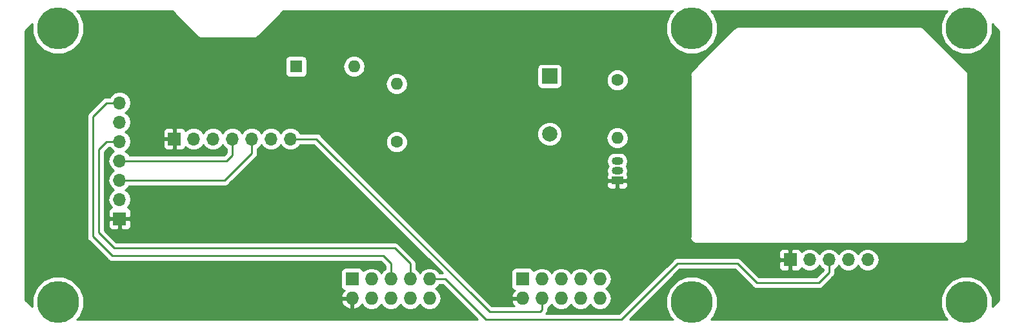
<source format=gtl>
G04 #@! TF.GenerationSoftware,KiCad,Pcbnew,5.0.2-bee76a0~70~ubuntu18.04.1*
G04 #@! TF.CreationDate,2019-01-15T18:48:03-08:00*
G04 #@! TF.ProjectId,Marlin_UIBOX,4d61726c-696e-45f5-9549-424f582e6b69,rev?*
G04 #@! TF.SameCoordinates,PX55c0260PY70276d0*
G04 #@! TF.FileFunction,Copper,L1,Top*
G04 #@! TF.FilePolarity,Positive*
%FSLAX46Y46*%
G04 Gerber Fmt 4.6, Leading zero omitted, Abs format (unit mm)*
G04 Created by KiCad (PCBNEW 5.0.2-bee76a0~70~ubuntu18.04.1) date Tue 15 Jan 2019 06:48:03 PM PST*
%MOMM*%
%LPD*%
G01*
G04 APERTURE LIST*
G04 #@! TA.AperFunction,ComponentPad*
%ADD10C,5.500000*%
G04 #@! TD*
G04 #@! TA.AperFunction,ComponentPad*
%ADD11R,1.727200X1.727200*%
G04 #@! TD*
G04 #@! TA.AperFunction,ComponentPad*
%ADD12O,1.727200X1.727200*%
G04 #@! TD*
G04 #@! TA.AperFunction,ComponentPad*
%ADD13R,1.700000X1.700000*%
G04 #@! TD*
G04 #@! TA.AperFunction,ComponentPad*
%ADD14O,1.700000X1.700000*%
G04 #@! TD*
G04 #@! TA.AperFunction,ComponentPad*
%ADD15R,1.600000X1.600000*%
G04 #@! TD*
G04 #@! TA.AperFunction,ComponentPad*
%ADD16O,1.600000X1.600000*%
G04 #@! TD*
G04 #@! TA.AperFunction,ComponentPad*
%ADD17R,2.000000X2.000000*%
G04 #@! TD*
G04 #@! TA.AperFunction,ComponentPad*
%ADD18C,2.000000*%
G04 #@! TD*
G04 #@! TA.AperFunction,ComponentPad*
%ADD19O,1.500000X1.050000*%
G04 #@! TD*
G04 #@! TA.AperFunction,ComponentPad*
%ADD20R,1.500000X1.050000*%
G04 #@! TD*
G04 #@! TA.AperFunction,ComponentPad*
%ADD21C,1.600000*%
G04 #@! TD*
G04 #@! TA.AperFunction,Conductor*
%ADD22C,0.250000*%
G04 #@! TD*
G04 #@! TA.AperFunction,Conductor*
%ADD23C,0.254000*%
G04 #@! TD*
G04 APERTURE END LIST*
D10*
G04 #@! TO.P,REF\002A\002A,1*
G04 #@! TO.N,N/C*
X124534000Y3302000D03*
G04 #@! TD*
G04 #@! TO.P,REF\002A\002A,1*
G04 #@! TO.N,N/C*
X124534000Y39302000D03*
G04 #@! TD*
G04 #@! TO.P,REF\002A\002A,1*
G04 #@! TO.N,N/C*
X88534000Y39302000D03*
G04 #@! TD*
G04 #@! TO.P,REF\002A\002A,1*
G04 #@! TO.N,N/C*
X88534000Y3302000D03*
G04 #@! TD*
G04 #@! TO.P,REF\002A\002A,1*
G04 #@! TO.N,N/C*
X5334000Y3302000D03*
G04 #@! TD*
G04 #@! TO.P,REF\002A\002A,1*
G04 #@! TO.N,N/C*
X5334000Y39302000D03*
G04 #@! TD*
D11*
G04 #@! TO.P,J1,1*
G04 #@! TO.N,VCC*
X43942000Y6350000D03*
D12*
G04 #@! TO.P,J1,2*
G04 #@! TO.N,GND*
X43942000Y3810000D03*
G04 #@! TO.P,J1,3*
G04 #@! TO.N,Net-(J1-Pad3)*
X46482000Y6350000D03*
G04 #@! TO.P,J1,4*
G04 #@! TO.N,/LCD_DC*
X46482000Y3810000D03*
G04 #@! TO.P,J1,5*
G04 #@! TO.N,/LCD_CS*
X49022000Y6350000D03*
G04 #@! TO.P,J1,6*
G04 #@! TO.N,Net-(J1-Pad6)*
X49022000Y3810000D03*
G04 #@! TO.P,J1,7*
G04 #@! TO.N,/LCD_RES*
X51562000Y6350000D03*
G04 #@! TO.P,J1,8*
G04 #@! TO.N,Net-(J1-Pad8)*
X51562000Y3810000D03*
G04 #@! TO.P,J1,9*
G04 #@! TO.N,/BT_SW*
X54102000Y6350000D03*
G04 #@! TO.P,J1,10*
G04 #@! TO.N,/BEEPER*
X54102000Y3810000D03*
G04 #@! TD*
G04 #@! TO.P,J2,10*
G04 #@! TO.N,/MISO*
X76454000Y3810000D03*
G04 #@! TO.P,J2,9*
G04 #@! TO.N,/SCK*
X76454000Y6350000D03*
G04 #@! TO.P,J2,8*
G04 #@! TO.N,/BT_EN2*
X73914000Y3810000D03*
G04 #@! TO.P,J2,7*
G04 #@! TO.N,/SD_SS*
X73914000Y6350000D03*
G04 #@! TO.P,J2,6*
G04 #@! TO.N,/BT_EN1*
X71374000Y3810000D03*
G04 #@! TO.P,J2,5*
G04 #@! TO.N,/MOSI*
X71374000Y6350000D03*
G04 #@! TO.P,J2,4*
G04 #@! TO.N,/SD_DET*
X68834000Y3810000D03*
G04 #@! TO.P,J2,3*
G04 #@! TO.N,Net-(J2-Pad3)*
X68834000Y6350000D03*
G04 #@! TO.P,J2,2*
G04 #@! TO.N,GND*
X66294000Y3810000D03*
D11*
G04 #@! TO.P,J2,1*
G04 #@! TO.N,Net-(J2-Pad1)*
X66294000Y6350000D03*
G04 #@! TD*
D13*
G04 #@! TO.P,J4,1*
G04 #@! TO.N,GND*
X20611000Y24770000D03*
D14*
G04 #@! TO.P,J4,2*
G04 #@! TO.N,VCC*
X23151000Y24770000D03*
G04 #@! TO.P,J4,3*
G04 #@! TO.N,/MISO*
X25691000Y24770000D03*
G04 #@! TO.P,J4,4*
G04 #@! TO.N,/MOSI*
X28231000Y24770000D03*
G04 #@! TO.P,J4,5*
G04 #@! TO.N,/SCK*
X30771000Y24770000D03*
G04 #@! TO.P,J4,6*
G04 #@! TO.N,/SD_SS*
X33311000Y24770000D03*
G04 #@! TO.P,J4,7*
G04 #@! TO.N,/SD_DET*
X35851000Y24770000D03*
G04 #@! TD*
D15*
G04 #@! TO.P,D1,1*
G04 #@! TO.N,VCC*
X36576000Y34290000D03*
D16*
G04 #@! TO.P,D1,2*
G04 #@! TO.N,Net-(D1-Pad2)*
X44196000Y34290000D03*
G04 #@! TD*
D13*
G04 #@! TO.P,J3,1*
G04 #@! TO.N,GND*
X13434000Y14282000D03*
D14*
G04 #@! TO.P,J3,2*
G04 #@! TO.N,VCC*
X13434000Y16822000D03*
G04 #@! TO.P,J3,3*
G04 #@! TO.N,/SCK*
X13434000Y19362000D03*
G04 #@! TO.P,J3,4*
G04 #@! TO.N,/MOSI*
X13434000Y21902000D03*
G04 #@! TO.P,J3,5*
G04 #@! TO.N,/LCD_RES*
X13434000Y24442000D03*
G04 #@! TO.P,J3,6*
G04 #@! TO.N,/LCD_DC*
X13434000Y26982000D03*
G04 #@! TO.P,J3,7*
G04 #@! TO.N,/LCD_CS*
X13434000Y29522000D03*
G04 #@! TD*
D13*
G04 #@! TO.P,J5,1*
G04 #@! TO.N,GND*
X101429000Y8893000D03*
D14*
G04 #@! TO.P,J5,2*
G04 #@! TO.N,VCC*
X103969000Y8893000D03*
G04 #@! TO.P,J5,3*
G04 #@! TO.N,/BT_SW*
X106509000Y8893000D03*
G04 #@! TO.P,J5,4*
G04 #@! TO.N,/BT_EN1*
X109049000Y8893000D03*
G04 #@! TO.P,J5,5*
G04 #@! TO.N,/BT_EN2*
X111589000Y8893000D03*
G04 #@! TD*
D17*
G04 #@! TO.P,LS1,1*
G04 #@! TO.N,VCC*
X69850000Y33020000D03*
D18*
G04 #@! TO.P,LS1,2*
G04 #@! TO.N,Net-(D1-Pad2)*
X69850000Y25420000D03*
G04 #@! TD*
D19*
G04 #@! TO.P,Q1,2*
G04 #@! TO.N,Net-(Q1-Pad2)*
X78740000Y20574000D03*
G04 #@! TO.P,Q1,3*
G04 #@! TO.N,Net-(Q1-Pad3)*
X78740000Y21844000D03*
D20*
G04 #@! TO.P,Q1,1*
G04 #@! TO.N,GND*
X78740000Y19304000D03*
G04 #@! TD*
D16*
G04 #@! TO.P,R1,2*
G04 #@! TO.N,Net-(Q1-Pad2)*
X49784000Y32004000D03*
D21*
G04 #@! TO.P,R1,1*
G04 #@! TO.N,/BEEPER*
X49784000Y24384000D03*
G04 #@! TD*
G04 #@! TO.P,R2,1*
G04 #@! TO.N,Net-(D1-Pad2)*
X78740000Y32512000D03*
D16*
G04 #@! TO.P,R2,2*
G04 #@! TO.N,Net-(Q1-Pad3)*
X78740000Y24892000D03*
G04 #@! TD*
D22*
G04 #@! TO.N,/LCD_CS*
X11742000Y29522000D02*
X13434000Y29522000D01*
X9906000Y27686000D02*
X11742000Y29522000D01*
X9906000Y11938000D02*
X9906000Y27686000D01*
X12446000Y9398000D02*
X9906000Y11938000D01*
X44958000Y9398000D02*
X44450000Y9398000D01*
X44450000Y9398000D02*
X12446000Y9398000D01*
X48006000Y9398000D02*
X44450000Y9398000D01*
X49022000Y6350000D02*
X49022000Y8382000D01*
X49022000Y8382000D02*
X48006000Y9398000D01*
G04 #@! TO.N,/LCD_RES*
X12700000Y10414000D02*
X10668000Y12446000D01*
X10668000Y23368000D02*
X11742000Y24442000D01*
X11742000Y24442000D02*
X13434000Y24442000D01*
X10668000Y12446000D02*
X10668000Y23368000D01*
X48514000Y10414000D02*
X48260000Y10414000D01*
X48260000Y10414000D02*
X12700000Y10414000D01*
X49530000Y10414000D02*
X48260000Y10414000D01*
X51562000Y6350000D02*
X51562000Y8382000D01*
X51562000Y8382000D02*
X49530000Y10414000D01*
G04 #@! TO.N,/BT_SW*
X106509000Y7195000D02*
X106509000Y8893000D01*
X105156000Y5842000D02*
X106509000Y7195000D01*
X97028000Y5842000D02*
X105156000Y5842000D01*
X61468000Y1016000D02*
X79248000Y1016000D01*
X94488000Y8382000D02*
X97028000Y5842000D01*
X56134000Y6350000D02*
X61468000Y1016000D01*
X79248000Y1016000D02*
X86614000Y8382000D01*
X54102000Y6350000D02*
X56134000Y6350000D01*
X86614000Y8382000D02*
X94488000Y8382000D01*
G04 #@! TO.N,/SCK*
X30771000Y22897000D02*
X30771000Y24770000D01*
X13434000Y19362000D02*
X27236000Y19362000D01*
X27236000Y19362000D02*
X30771000Y22897000D01*
G04 #@! TO.N,/MOSI*
X28231000Y22643000D02*
X28231000Y24770000D01*
X27432000Y21844000D02*
X28231000Y22643000D01*
X13434000Y21902000D02*
X13492000Y21844000D01*
X13492000Y21844000D02*
X27432000Y21844000D01*
G04 #@! TO.N,/SD_DET*
X39238000Y24770000D02*
X35851000Y24770000D01*
X61976000Y2032000D02*
X39238000Y24770000D01*
X67310000Y2032000D02*
X67056000Y2032000D01*
X67056000Y2032000D02*
X61976000Y2032000D01*
X68580000Y2032000D02*
X67056000Y2032000D01*
X68834000Y3810000D02*
X68834000Y2286000D01*
X68834000Y2286000D02*
X68580000Y2032000D01*
G04 #@! TD*
D23*
G04 #@! TO.N,GND*
G36*
X23540090Y38333463D02*
X23581095Y38272095D01*
X23824217Y38109646D01*
X24038612Y38067000D01*
X24038615Y38067000D01*
X24110999Y38052602D01*
X24183383Y38067000D01*
X31038616Y38067000D01*
X31111000Y38052602D01*
X31183384Y38067000D01*
X31183388Y38067000D01*
X31397783Y38109646D01*
X31640905Y38272095D01*
X31681911Y38333465D01*
X34915447Y41567000D01*
X86011888Y41567000D01*
X85664336Y41219448D01*
X85149000Y39975318D01*
X85149000Y38628682D01*
X85664336Y37384552D01*
X86616552Y36432336D01*
X87860682Y35917000D01*
X89207318Y35917000D01*
X90451448Y36432336D01*
X91403664Y37384552D01*
X91919000Y38628682D01*
X91919000Y39975318D01*
X91403664Y41219448D01*
X91056112Y41567000D01*
X122011888Y41567000D01*
X121664336Y41219448D01*
X121149000Y39975318D01*
X121149000Y38628682D01*
X121664336Y37384552D01*
X122616552Y36432336D01*
X123860682Y35917000D01*
X125207318Y35917000D01*
X126451448Y36432336D01*
X127403664Y37384552D01*
X127919000Y38628682D01*
X127919000Y39877553D01*
X128799000Y38997553D01*
X128799001Y3606448D01*
X127919000Y2726447D01*
X127919000Y3975318D01*
X127403664Y5219448D01*
X126451448Y6171664D01*
X125207318Y6687000D01*
X123860682Y6687000D01*
X122616552Y6171664D01*
X121664336Y5219448D01*
X121149000Y3975318D01*
X121149000Y2628682D01*
X121664336Y1384552D01*
X122011888Y1037000D01*
X91056112Y1037000D01*
X91403664Y1384552D01*
X91919000Y2628682D01*
X91919000Y3975318D01*
X91403664Y5219448D01*
X90451448Y6171664D01*
X89207318Y6687000D01*
X87860682Y6687000D01*
X86616552Y6171664D01*
X85664336Y5219448D01*
X85149000Y3975318D01*
X85149000Y2628682D01*
X85664336Y1384552D01*
X86011888Y1037000D01*
X80343801Y1037000D01*
X86928802Y7622000D01*
X94173199Y7622000D01*
X96437673Y5357524D01*
X96480071Y5294071D01*
X96543524Y5251673D01*
X96543526Y5251671D01*
X96668902Y5167898D01*
X96731463Y5126096D01*
X96953148Y5082000D01*
X96953152Y5082000D01*
X97027999Y5067112D01*
X97102846Y5082000D01*
X105081153Y5082000D01*
X105156000Y5067112D01*
X105230847Y5082000D01*
X105230852Y5082000D01*
X105452537Y5126096D01*
X105703929Y5294071D01*
X105746331Y5357530D01*
X106993473Y6604671D01*
X107056929Y6647071D01*
X107224904Y6898463D01*
X107269000Y7120148D01*
X107269000Y7120153D01*
X107283888Y7195000D01*
X107269000Y7269847D01*
X107269000Y7614822D01*
X107579625Y7822375D01*
X107779000Y8120761D01*
X107978375Y7822375D01*
X108469582Y7494161D01*
X108902744Y7408000D01*
X109195256Y7408000D01*
X109628418Y7494161D01*
X110119625Y7822375D01*
X110319000Y8120761D01*
X110518375Y7822375D01*
X111009582Y7494161D01*
X111442744Y7408000D01*
X111735256Y7408000D01*
X112168418Y7494161D01*
X112659625Y7822375D01*
X112987839Y8313582D01*
X113103092Y8893000D01*
X112987839Y9472418D01*
X112659625Y9963625D01*
X112168418Y10291839D01*
X111735256Y10378000D01*
X111442744Y10378000D01*
X111009582Y10291839D01*
X110518375Y9963625D01*
X110319000Y9665239D01*
X110119625Y9963625D01*
X109628418Y10291839D01*
X109195256Y10378000D01*
X108902744Y10378000D01*
X108469582Y10291839D01*
X107978375Y9963625D01*
X107779000Y9665239D01*
X107579625Y9963625D01*
X107088418Y10291839D01*
X106655256Y10378000D01*
X106362744Y10378000D01*
X105929582Y10291839D01*
X105438375Y9963625D01*
X105239000Y9665239D01*
X105039625Y9963625D01*
X104548418Y10291839D01*
X104115256Y10378000D01*
X103822744Y10378000D01*
X103389582Y10291839D01*
X102898375Y9963625D01*
X102883904Y9941967D01*
X102817327Y10102698D01*
X102638699Y10281327D01*
X102405310Y10378000D01*
X101714750Y10378000D01*
X101556000Y10219250D01*
X101556000Y9020000D01*
X101576000Y9020000D01*
X101576000Y8766000D01*
X101556000Y8766000D01*
X101556000Y7566750D01*
X101714750Y7408000D01*
X102405310Y7408000D01*
X102638699Y7504673D01*
X102817327Y7683302D01*
X102883904Y7844033D01*
X102898375Y7822375D01*
X103389582Y7494161D01*
X103822744Y7408000D01*
X104115256Y7408000D01*
X104548418Y7494161D01*
X105039625Y7822375D01*
X105239000Y8120761D01*
X105438375Y7822375D01*
X105749000Y7614822D01*
X105749000Y7509802D01*
X104841199Y6602000D01*
X97342803Y6602000D01*
X95337552Y8607250D01*
X99944000Y8607250D01*
X99944000Y7916691D01*
X100040673Y7683302D01*
X100219301Y7504673D01*
X100452690Y7408000D01*
X101143250Y7408000D01*
X101302000Y7566750D01*
X101302000Y8766000D01*
X100102750Y8766000D01*
X99944000Y8607250D01*
X95337552Y8607250D01*
X95078331Y8866470D01*
X95035929Y8929929D01*
X94784537Y9097904D01*
X94562852Y9142000D01*
X94562847Y9142000D01*
X94488000Y9156888D01*
X94413153Y9142000D01*
X86688846Y9142000D01*
X86613999Y9156888D01*
X86539152Y9142000D01*
X86539148Y9142000D01*
X86317463Y9097904D01*
X86066071Y8929929D01*
X86023671Y8866473D01*
X78933199Y1776000D01*
X69407272Y1776000D01*
X69549904Y1989463D01*
X69594000Y2211148D01*
X69594000Y2211152D01*
X69608888Y2285999D01*
X69594000Y2360846D01*
X69594000Y2515465D01*
X69914430Y2729570D01*
X70104000Y3013281D01*
X70293570Y2729570D01*
X70789275Y2398350D01*
X71226402Y2311400D01*
X71521598Y2311400D01*
X71958725Y2398350D01*
X72454430Y2729570D01*
X72644000Y3013281D01*
X72833570Y2729570D01*
X73329275Y2398350D01*
X73766402Y2311400D01*
X74061598Y2311400D01*
X74498725Y2398350D01*
X74994430Y2729570D01*
X75184000Y3013281D01*
X75373570Y2729570D01*
X75869275Y2398350D01*
X76306402Y2311400D01*
X76601598Y2311400D01*
X77038725Y2398350D01*
X77534430Y2729570D01*
X77865650Y3225275D01*
X77981959Y3810000D01*
X77865650Y4394725D01*
X77534430Y4890430D01*
X77250719Y5080000D01*
X77534430Y5269570D01*
X77865650Y5765275D01*
X77981959Y6350000D01*
X77865650Y6934725D01*
X77534430Y7430430D01*
X77038725Y7761650D01*
X76601598Y7848600D01*
X76306402Y7848600D01*
X75869275Y7761650D01*
X75373570Y7430430D01*
X75184000Y7146719D01*
X74994430Y7430430D01*
X74498725Y7761650D01*
X74061598Y7848600D01*
X73766402Y7848600D01*
X73329275Y7761650D01*
X72833570Y7430430D01*
X72644000Y7146719D01*
X72454430Y7430430D01*
X71958725Y7761650D01*
X71521598Y7848600D01*
X71226402Y7848600D01*
X70789275Y7761650D01*
X70293570Y7430430D01*
X70104000Y7146719D01*
X69914430Y7430430D01*
X69418725Y7761650D01*
X68981598Y7848600D01*
X68686402Y7848600D01*
X68249275Y7761650D01*
X67760932Y7435349D01*
X67755757Y7461365D01*
X67615409Y7671409D01*
X67405365Y7811757D01*
X67157600Y7861040D01*
X65430400Y7861040D01*
X65182635Y7811757D01*
X64972591Y7671409D01*
X64832243Y7461365D01*
X64782960Y7213600D01*
X64782960Y5486400D01*
X64832243Y5238635D01*
X64972591Y5028591D01*
X65182635Y4888243D01*
X65274950Y4869881D01*
X65087179Y4698490D01*
X64839032Y4169027D01*
X64959531Y3937000D01*
X66167000Y3937000D01*
X66167000Y3957000D01*
X66421000Y3957000D01*
X66421000Y3937000D01*
X66441000Y3937000D01*
X66441000Y3683000D01*
X66421000Y3683000D01*
X66421000Y3663000D01*
X66167000Y3663000D01*
X66167000Y3683000D01*
X64959531Y3683000D01*
X64839032Y3450973D01*
X65087179Y2921510D01*
X65229067Y2792000D01*
X62290802Y2792000D01*
X55213493Y9869309D01*
X99944000Y9869309D01*
X99944000Y9178750D01*
X100102750Y9020000D01*
X101302000Y9020000D01*
X101302000Y10219250D01*
X101143250Y10378000D01*
X100452690Y10378000D01*
X100219301Y10281327D01*
X100040673Y10102698D01*
X99944000Y9869309D01*
X55213493Y9869309D01*
X53280802Y11802000D01*
X88284601Y11802000D01*
X88341646Y11515217D01*
X88504095Y11272095D01*
X88747217Y11109646D01*
X88961612Y11067000D01*
X89034000Y11052601D01*
X89106388Y11067000D01*
X123961612Y11067000D01*
X124034000Y11052601D01*
X124106388Y11067000D01*
X124320783Y11109646D01*
X124563905Y11272095D01*
X124726354Y11515217D01*
X124783399Y11802000D01*
X124769000Y11874388D01*
X124769000Y33143831D01*
X124783398Y33216215D01*
X124769000Y33288601D01*
X124769000Y33288602D01*
X124726354Y33502997D01*
X124563905Y33746119D01*
X124502538Y33787123D01*
X119019125Y39270535D01*
X118978119Y39331905D01*
X118734997Y39494354D01*
X118520602Y39537000D01*
X118520598Y39537000D01*
X118448214Y39551398D01*
X118375830Y39537000D01*
X94692171Y39537000D01*
X94619787Y39551398D01*
X94547403Y39537000D01*
X94547399Y39537000D01*
X94333004Y39494354D01*
X94089882Y39331905D01*
X94048878Y39270538D01*
X88565465Y33787125D01*
X88504095Y33746119D01*
X88341646Y33502996D01*
X88299000Y33288601D01*
X88299000Y33288598D01*
X88284602Y33216214D01*
X88299000Y33143830D01*
X88299001Y11874393D01*
X88284601Y11802000D01*
X53280802Y11802000D01*
X46064552Y19018250D01*
X77355000Y19018250D01*
X77355000Y18652691D01*
X77451673Y18419302D01*
X77630301Y18240673D01*
X77863690Y18144000D01*
X78454250Y18144000D01*
X78613000Y18302750D01*
X78613000Y19177000D01*
X78867000Y19177000D01*
X78867000Y18302750D01*
X79025750Y18144000D01*
X79616310Y18144000D01*
X79849699Y18240673D01*
X80028327Y18419302D01*
X80125000Y18652691D01*
X80125000Y19018250D01*
X79966250Y19177000D01*
X78867000Y19177000D01*
X78613000Y19177000D01*
X77513750Y19177000D01*
X77355000Y19018250D01*
X46064552Y19018250D01*
X43238802Y21844000D01*
X77332275Y21844000D01*
X77422305Y21391391D01*
X77544174Y21209000D01*
X77422305Y21026609D01*
X77332275Y20574000D01*
X77422305Y20121391D01*
X77423224Y20120016D01*
X77355000Y19955309D01*
X77355000Y19589750D01*
X77513750Y19431000D01*
X78315290Y19431000D01*
X78400754Y19414000D01*
X79079246Y19414000D01*
X79164710Y19431000D01*
X79966250Y19431000D01*
X80125000Y19589750D01*
X80125000Y19955309D01*
X80056776Y20120016D01*
X80057695Y20121391D01*
X80147725Y20574000D01*
X80057695Y21026609D01*
X79935826Y21209000D01*
X80057695Y21391391D01*
X80147725Y21844000D01*
X80057695Y22296609D01*
X79801313Y22680313D01*
X79417609Y22936695D01*
X79079246Y23004000D01*
X78400754Y23004000D01*
X78062391Y22936695D01*
X77678687Y22680313D01*
X77422305Y22296609D01*
X77332275Y21844000D01*
X43238802Y21844000D01*
X40413363Y24669439D01*
X48349000Y24669439D01*
X48349000Y24098561D01*
X48567466Y23571138D01*
X48971138Y23167466D01*
X49498561Y22949000D01*
X50069439Y22949000D01*
X50596862Y23167466D01*
X51000534Y23571138D01*
X51219000Y24098561D01*
X51219000Y24669439D01*
X51000534Y25196862D01*
X50596862Y25600534D01*
X50247555Y25745222D01*
X68215000Y25745222D01*
X68215000Y25094778D01*
X68463914Y24493847D01*
X68923847Y24033914D01*
X69524778Y23785000D01*
X70175222Y23785000D01*
X70776153Y24033914D01*
X71236086Y24493847D01*
X71401006Y24892000D01*
X77276887Y24892000D01*
X77388260Y24332091D01*
X77705423Y23857423D01*
X78180091Y23540260D01*
X78598667Y23457000D01*
X78881333Y23457000D01*
X79299909Y23540260D01*
X79774577Y23857423D01*
X80091740Y24332091D01*
X80203113Y24892000D01*
X80091740Y25451909D01*
X79774577Y25926577D01*
X79299909Y26243740D01*
X78881333Y26327000D01*
X78598667Y26327000D01*
X78180091Y26243740D01*
X77705423Y25926577D01*
X77388260Y25451909D01*
X77276887Y24892000D01*
X71401006Y24892000D01*
X71485000Y25094778D01*
X71485000Y25745222D01*
X71236086Y26346153D01*
X70776153Y26806086D01*
X70175222Y27055000D01*
X69524778Y27055000D01*
X68923847Y26806086D01*
X68463914Y26346153D01*
X68215000Y25745222D01*
X50247555Y25745222D01*
X50069439Y25819000D01*
X49498561Y25819000D01*
X48971138Y25600534D01*
X48567466Y25196862D01*
X48349000Y24669439D01*
X40413363Y24669439D01*
X39828331Y25254470D01*
X39785929Y25317929D01*
X39534537Y25485904D01*
X39312852Y25530000D01*
X39312847Y25530000D01*
X39238000Y25544888D01*
X39163153Y25530000D01*
X37129178Y25530000D01*
X36921625Y25840625D01*
X36430418Y26168839D01*
X35997256Y26255000D01*
X35704744Y26255000D01*
X35271582Y26168839D01*
X34780375Y25840625D01*
X34581000Y25542239D01*
X34381625Y25840625D01*
X33890418Y26168839D01*
X33457256Y26255000D01*
X33164744Y26255000D01*
X32731582Y26168839D01*
X32240375Y25840625D01*
X32041000Y25542239D01*
X31841625Y25840625D01*
X31350418Y26168839D01*
X30917256Y26255000D01*
X30624744Y26255000D01*
X30191582Y26168839D01*
X29700375Y25840625D01*
X29501000Y25542239D01*
X29301625Y25840625D01*
X28810418Y26168839D01*
X28377256Y26255000D01*
X28084744Y26255000D01*
X27651582Y26168839D01*
X27160375Y25840625D01*
X26961000Y25542239D01*
X26761625Y25840625D01*
X26270418Y26168839D01*
X25837256Y26255000D01*
X25544744Y26255000D01*
X25111582Y26168839D01*
X24620375Y25840625D01*
X24421000Y25542239D01*
X24221625Y25840625D01*
X23730418Y26168839D01*
X23297256Y26255000D01*
X23004744Y26255000D01*
X22571582Y26168839D01*
X22080375Y25840625D01*
X22065904Y25818967D01*
X21999327Y25979698D01*
X21820699Y26158327D01*
X21587310Y26255000D01*
X20896750Y26255000D01*
X20738000Y26096250D01*
X20738000Y24897000D01*
X20758000Y24897000D01*
X20758000Y24643000D01*
X20738000Y24643000D01*
X20738000Y23443750D01*
X20896750Y23285000D01*
X21587310Y23285000D01*
X21820699Y23381673D01*
X21999327Y23560302D01*
X22065904Y23721033D01*
X22080375Y23699375D01*
X22571582Y23371161D01*
X23004744Y23285000D01*
X23297256Y23285000D01*
X23730418Y23371161D01*
X24221625Y23699375D01*
X24421000Y23997761D01*
X24620375Y23699375D01*
X25111582Y23371161D01*
X25544744Y23285000D01*
X25837256Y23285000D01*
X26270418Y23371161D01*
X26761625Y23699375D01*
X26961000Y23997761D01*
X27160375Y23699375D01*
X27471000Y23491822D01*
X27471000Y22957802D01*
X27117199Y22604000D01*
X14750932Y22604000D01*
X14504625Y22972625D01*
X14206239Y23172000D01*
X14504625Y23371375D01*
X14832839Y23862582D01*
X14948092Y24442000D01*
X14939688Y24484250D01*
X19126000Y24484250D01*
X19126000Y23793691D01*
X19222673Y23560302D01*
X19401301Y23381673D01*
X19634690Y23285000D01*
X20325250Y23285000D01*
X20484000Y23443750D01*
X20484000Y24643000D01*
X19284750Y24643000D01*
X19126000Y24484250D01*
X14939688Y24484250D01*
X14832839Y25021418D01*
X14504625Y25512625D01*
X14206239Y25712000D01*
X14257586Y25746309D01*
X19126000Y25746309D01*
X19126000Y25055750D01*
X19284750Y24897000D01*
X20484000Y24897000D01*
X20484000Y26096250D01*
X20325250Y26255000D01*
X19634690Y26255000D01*
X19401301Y26158327D01*
X19222673Y25979698D01*
X19126000Y25746309D01*
X14257586Y25746309D01*
X14504625Y25911375D01*
X14832839Y26402582D01*
X14948092Y26982000D01*
X14832839Y27561418D01*
X14504625Y28052625D01*
X14206239Y28252000D01*
X14504625Y28451375D01*
X14832839Y28942582D01*
X14948092Y29522000D01*
X14832839Y30101418D01*
X14504625Y30592625D01*
X14013418Y30920839D01*
X13580256Y31007000D01*
X13287744Y31007000D01*
X12854582Y30920839D01*
X12363375Y30592625D01*
X12155822Y30282000D01*
X11816846Y30282000D01*
X11741999Y30296888D01*
X11667152Y30282000D01*
X11667148Y30282000D01*
X11445463Y30237904D01*
X11194071Y30069929D01*
X11151671Y30006473D01*
X9421528Y28276329D01*
X9358072Y28233929D01*
X9315672Y28170473D01*
X9315671Y28170472D01*
X9190097Y27982537D01*
X9131112Y27686000D01*
X9146001Y27611148D01*
X9146000Y12012847D01*
X9131112Y11938000D01*
X9146000Y11863153D01*
X9146000Y11863149D01*
X9190096Y11641464D01*
X9358071Y11390071D01*
X9421530Y11347669D01*
X11855673Y8913524D01*
X11898071Y8850071D01*
X11961524Y8807673D01*
X11961526Y8807671D01*
X12086902Y8723898D01*
X12149463Y8682096D01*
X12371148Y8638000D01*
X12371152Y8638000D01*
X12445999Y8623112D01*
X12520846Y8638000D01*
X47691199Y8638000D01*
X48262001Y8067197D01*
X48262001Y7644535D01*
X47941570Y7430430D01*
X47752000Y7146719D01*
X47562430Y7430430D01*
X47066725Y7761650D01*
X46629598Y7848600D01*
X46334402Y7848600D01*
X45897275Y7761650D01*
X45408932Y7435349D01*
X45403757Y7461365D01*
X45263409Y7671409D01*
X45053365Y7811757D01*
X44805600Y7861040D01*
X43078400Y7861040D01*
X42830635Y7811757D01*
X42620591Y7671409D01*
X42480243Y7461365D01*
X42430960Y7213600D01*
X42430960Y5486400D01*
X42480243Y5238635D01*
X42620591Y5028591D01*
X42830635Y4888243D01*
X42922950Y4869881D01*
X42735179Y4698490D01*
X42487032Y4169027D01*
X42607531Y3937000D01*
X43815000Y3937000D01*
X43815000Y3957000D01*
X44069000Y3957000D01*
X44069000Y3937000D01*
X44089000Y3937000D01*
X44089000Y3683000D01*
X44069000Y3683000D01*
X44069000Y2476183D01*
X44301026Y2355042D01*
X44716947Y2527312D01*
X45148821Y2921510D01*
X45200146Y3031021D01*
X45401570Y2729570D01*
X45897275Y2398350D01*
X46334402Y2311400D01*
X46629598Y2311400D01*
X47066725Y2398350D01*
X47562430Y2729570D01*
X47752000Y3013281D01*
X47941570Y2729570D01*
X48437275Y2398350D01*
X48874402Y2311400D01*
X49169598Y2311400D01*
X49606725Y2398350D01*
X50102430Y2729570D01*
X50292000Y3013281D01*
X50481570Y2729570D01*
X50977275Y2398350D01*
X51414402Y2311400D01*
X51709598Y2311400D01*
X52146725Y2398350D01*
X52642430Y2729570D01*
X52832000Y3013281D01*
X53021570Y2729570D01*
X53517275Y2398350D01*
X53954402Y2311400D01*
X54249598Y2311400D01*
X54686725Y2398350D01*
X55182430Y2729570D01*
X55513650Y3225275D01*
X55629959Y3810000D01*
X55513650Y4394725D01*
X55182430Y4890430D01*
X54898719Y5080000D01*
X55182430Y5269570D01*
X55396535Y5590000D01*
X55819199Y5590000D01*
X60372198Y1037000D01*
X7856112Y1037000D01*
X8203664Y1384552D01*
X8719000Y2628682D01*
X8719000Y3450973D01*
X42487032Y3450973D01*
X42735179Y2921510D01*
X43167053Y2527312D01*
X43582974Y2355042D01*
X43815000Y2476183D01*
X43815000Y3683000D01*
X42607531Y3683000D01*
X42487032Y3450973D01*
X8719000Y3450973D01*
X8719000Y3975318D01*
X8203664Y5219448D01*
X7251448Y6171664D01*
X6007318Y6687000D01*
X4660682Y6687000D01*
X3416552Y6171664D01*
X2464336Y5219448D01*
X1949000Y3975318D01*
X1949000Y2726446D01*
X1069000Y3606446D01*
X1069000Y32004000D01*
X48320887Y32004000D01*
X48432260Y31444091D01*
X48749423Y30969423D01*
X49224091Y30652260D01*
X49642667Y30569000D01*
X49925333Y30569000D01*
X50343909Y30652260D01*
X50818577Y30969423D01*
X51135740Y31444091D01*
X51247113Y32004000D01*
X51135740Y32563909D01*
X50818577Y33038577D01*
X50343909Y33355740D01*
X49925333Y33439000D01*
X49642667Y33439000D01*
X49224091Y33355740D01*
X48749423Y33038577D01*
X48432260Y32563909D01*
X48320887Y32004000D01*
X1069000Y32004000D01*
X1069000Y35090000D01*
X35128560Y35090000D01*
X35128560Y33490000D01*
X35177843Y33242235D01*
X35318191Y33032191D01*
X35528235Y32891843D01*
X35776000Y32842560D01*
X37376000Y32842560D01*
X37623765Y32891843D01*
X37833809Y33032191D01*
X37974157Y33242235D01*
X38023440Y33490000D01*
X38023440Y34290000D01*
X42732887Y34290000D01*
X42844260Y33730091D01*
X43161423Y33255423D01*
X43636091Y32938260D01*
X44054667Y32855000D01*
X44337333Y32855000D01*
X44755909Y32938260D01*
X45230577Y33255423D01*
X45547740Y33730091D01*
X45605406Y34020000D01*
X68202560Y34020000D01*
X68202560Y32020000D01*
X68251843Y31772235D01*
X68392191Y31562191D01*
X68602235Y31421843D01*
X68850000Y31372560D01*
X70850000Y31372560D01*
X71097765Y31421843D01*
X71307809Y31562191D01*
X71448157Y31772235D01*
X71497440Y32020000D01*
X71497440Y32797439D01*
X77305000Y32797439D01*
X77305000Y32226561D01*
X77523466Y31699138D01*
X77927138Y31295466D01*
X78454561Y31077000D01*
X79025439Y31077000D01*
X79552862Y31295466D01*
X79956534Y31699138D01*
X80175000Y32226561D01*
X80175000Y32797439D01*
X79956534Y33324862D01*
X79552862Y33728534D01*
X79025439Y33947000D01*
X78454561Y33947000D01*
X77927138Y33728534D01*
X77523466Y33324862D01*
X77305000Y32797439D01*
X71497440Y32797439D01*
X71497440Y34020000D01*
X71448157Y34267765D01*
X71307809Y34477809D01*
X71097765Y34618157D01*
X70850000Y34667440D01*
X68850000Y34667440D01*
X68602235Y34618157D01*
X68392191Y34477809D01*
X68251843Y34267765D01*
X68202560Y34020000D01*
X45605406Y34020000D01*
X45659113Y34290000D01*
X45547740Y34849909D01*
X45230577Y35324577D01*
X44755909Y35641740D01*
X44337333Y35725000D01*
X44054667Y35725000D01*
X43636091Y35641740D01*
X43161423Y35324577D01*
X42844260Y34849909D01*
X42732887Y34290000D01*
X38023440Y34290000D01*
X38023440Y35090000D01*
X37974157Y35337765D01*
X37833809Y35547809D01*
X37623765Y35688157D01*
X37376000Y35737440D01*
X35776000Y35737440D01*
X35528235Y35688157D01*
X35318191Y35547809D01*
X35177843Y35337765D01*
X35128560Y35090000D01*
X1069000Y35090000D01*
X1069000Y38997554D01*
X1949000Y39877554D01*
X1949000Y38628682D01*
X2464336Y37384552D01*
X3416552Y36432336D01*
X4660682Y35917000D01*
X6007318Y35917000D01*
X7251448Y36432336D01*
X8203664Y37384552D01*
X8719000Y38628682D01*
X8719000Y39975318D01*
X8203664Y41219448D01*
X7856112Y41567000D01*
X20306554Y41567000D01*
X23540090Y38333463D01*
X23540090Y38333463D01*
G37*
X23540090Y38333463D02*
X23581095Y38272095D01*
X23824217Y38109646D01*
X24038612Y38067000D01*
X24038615Y38067000D01*
X24110999Y38052602D01*
X24183383Y38067000D01*
X31038616Y38067000D01*
X31111000Y38052602D01*
X31183384Y38067000D01*
X31183388Y38067000D01*
X31397783Y38109646D01*
X31640905Y38272095D01*
X31681911Y38333465D01*
X34915447Y41567000D01*
X86011888Y41567000D01*
X85664336Y41219448D01*
X85149000Y39975318D01*
X85149000Y38628682D01*
X85664336Y37384552D01*
X86616552Y36432336D01*
X87860682Y35917000D01*
X89207318Y35917000D01*
X90451448Y36432336D01*
X91403664Y37384552D01*
X91919000Y38628682D01*
X91919000Y39975318D01*
X91403664Y41219448D01*
X91056112Y41567000D01*
X122011888Y41567000D01*
X121664336Y41219448D01*
X121149000Y39975318D01*
X121149000Y38628682D01*
X121664336Y37384552D01*
X122616552Y36432336D01*
X123860682Y35917000D01*
X125207318Y35917000D01*
X126451448Y36432336D01*
X127403664Y37384552D01*
X127919000Y38628682D01*
X127919000Y39877553D01*
X128799000Y38997553D01*
X128799001Y3606448D01*
X127919000Y2726447D01*
X127919000Y3975318D01*
X127403664Y5219448D01*
X126451448Y6171664D01*
X125207318Y6687000D01*
X123860682Y6687000D01*
X122616552Y6171664D01*
X121664336Y5219448D01*
X121149000Y3975318D01*
X121149000Y2628682D01*
X121664336Y1384552D01*
X122011888Y1037000D01*
X91056112Y1037000D01*
X91403664Y1384552D01*
X91919000Y2628682D01*
X91919000Y3975318D01*
X91403664Y5219448D01*
X90451448Y6171664D01*
X89207318Y6687000D01*
X87860682Y6687000D01*
X86616552Y6171664D01*
X85664336Y5219448D01*
X85149000Y3975318D01*
X85149000Y2628682D01*
X85664336Y1384552D01*
X86011888Y1037000D01*
X80343801Y1037000D01*
X86928802Y7622000D01*
X94173199Y7622000D01*
X96437673Y5357524D01*
X96480071Y5294071D01*
X96543524Y5251673D01*
X96543526Y5251671D01*
X96668902Y5167898D01*
X96731463Y5126096D01*
X96953148Y5082000D01*
X96953152Y5082000D01*
X97027999Y5067112D01*
X97102846Y5082000D01*
X105081153Y5082000D01*
X105156000Y5067112D01*
X105230847Y5082000D01*
X105230852Y5082000D01*
X105452537Y5126096D01*
X105703929Y5294071D01*
X105746331Y5357530D01*
X106993473Y6604671D01*
X107056929Y6647071D01*
X107224904Y6898463D01*
X107269000Y7120148D01*
X107269000Y7120153D01*
X107283888Y7195000D01*
X107269000Y7269847D01*
X107269000Y7614822D01*
X107579625Y7822375D01*
X107779000Y8120761D01*
X107978375Y7822375D01*
X108469582Y7494161D01*
X108902744Y7408000D01*
X109195256Y7408000D01*
X109628418Y7494161D01*
X110119625Y7822375D01*
X110319000Y8120761D01*
X110518375Y7822375D01*
X111009582Y7494161D01*
X111442744Y7408000D01*
X111735256Y7408000D01*
X112168418Y7494161D01*
X112659625Y7822375D01*
X112987839Y8313582D01*
X113103092Y8893000D01*
X112987839Y9472418D01*
X112659625Y9963625D01*
X112168418Y10291839D01*
X111735256Y10378000D01*
X111442744Y10378000D01*
X111009582Y10291839D01*
X110518375Y9963625D01*
X110319000Y9665239D01*
X110119625Y9963625D01*
X109628418Y10291839D01*
X109195256Y10378000D01*
X108902744Y10378000D01*
X108469582Y10291839D01*
X107978375Y9963625D01*
X107779000Y9665239D01*
X107579625Y9963625D01*
X107088418Y10291839D01*
X106655256Y10378000D01*
X106362744Y10378000D01*
X105929582Y10291839D01*
X105438375Y9963625D01*
X105239000Y9665239D01*
X105039625Y9963625D01*
X104548418Y10291839D01*
X104115256Y10378000D01*
X103822744Y10378000D01*
X103389582Y10291839D01*
X102898375Y9963625D01*
X102883904Y9941967D01*
X102817327Y10102698D01*
X102638699Y10281327D01*
X102405310Y10378000D01*
X101714750Y10378000D01*
X101556000Y10219250D01*
X101556000Y9020000D01*
X101576000Y9020000D01*
X101576000Y8766000D01*
X101556000Y8766000D01*
X101556000Y7566750D01*
X101714750Y7408000D01*
X102405310Y7408000D01*
X102638699Y7504673D01*
X102817327Y7683302D01*
X102883904Y7844033D01*
X102898375Y7822375D01*
X103389582Y7494161D01*
X103822744Y7408000D01*
X104115256Y7408000D01*
X104548418Y7494161D01*
X105039625Y7822375D01*
X105239000Y8120761D01*
X105438375Y7822375D01*
X105749000Y7614822D01*
X105749000Y7509802D01*
X104841199Y6602000D01*
X97342803Y6602000D01*
X95337552Y8607250D01*
X99944000Y8607250D01*
X99944000Y7916691D01*
X100040673Y7683302D01*
X100219301Y7504673D01*
X100452690Y7408000D01*
X101143250Y7408000D01*
X101302000Y7566750D01*
X101302000Y8766000D01*
X100102750Y8766000D01*
X99944000Y8607250D01*
X95337552Y8607250D01*
X95078331Y8866470D01*
X95035929Y8929929D01*
X94784537Y9097904D01*
X94562852Y9142000D01*
X94562847Y9142000D01*
X94488000Y9156888D01*
X94413153Y9142000D01*
X86688846Y9142000D01*
X86613999Y9156888D01*
X86539152Y9142000D01*
X86539148Y9142000D01*
X86317463Y9097904D01*
X86066071Y8929929D01*
X86023671Y8866473D01*
X78933199Y1776000D01*
X69407272Y1776000D01*
X69549904Y1989463D01*
X69594000Y2211148D01*
X69594000Y2211152D01*
X69608888Y2285999D01*
X69594000Y2360846D01*
X69594000Y2515465D01*
X69914430Y2729570D01*
X70104000Y3013281D01*
X70293570Y2729570D01*
X70789275Y2398350D01*
X71226402Y2311400D01*
X71521598Y2311400D01*
X71958725Y2398350D01*
X72454430Y2729570D01*
X72644000Y3013281D01*
X72833570Y2729570D01*
X73329275Y2398350D01*
X73766402Y2311400D01*
X74061598Y2311400D01*
X74498725Y2398350D01*
X74994430Y2729570D01*
X75184000Y3013281D01*
X75373570Y2729570D01*
X75869275Y2398350D01*
X76306402Y2311400D01*
X76601598Y2311400D01*
X77038725Y2398350D01*
X77534430Y2729570D01*
X77865650Y3225275D01*
X77981959Y3810000D01*
X77865650Y4394725D01*
X77534430Y4890430D01*
X77250719Y5080000D01*
X77534430Y5269570D01*
X77865650Y5765275D01*
X77981959Y6350000D01*
X77865650Y6934725D01*
X77534430Y7430430D01*
X77038725Y7761650D01*
X76601598Y7848600D01*
X76306402Y7848600D01*
X75869275Y7761650D01*
X75373570Y7430430D01*
X75184000Y7146719D01*
X74994430Y7430430D01*
X74498725Y7761650D01*
X74061598Y7848600D01*
X73766402Y7848600D01*
X73329275Y7761650D01*
X72833570Y7430430D01*
X72644000Y7146719D01*
X72454430Y7430430D01*
X71958725Y7761650D01*
X71521598Y7848600D01*
X71226402Y7848600D01*
X70789275Y7761650D01*
X70293570Y7430430D01*
X70104000Y7146719D01*
X69914430Y7430430D01*
X69418725Y7761650D01*
X68981598Y7848600D01*
X68686402Y7848600D01*
X68249275Y7761650D01*
X67760932Y7435349D01*
X67755757Y7461365D01*
X67615409Y7671409D01*
X67405365Y7811757D01*
X67157600Y7861040D01*
X65430400Y7861040D01*
X65182635Y7811757D01*
X64972591Y7671409D01*
X64832243Y7461365D01*
X64782960Y7213600D01*
X64782960Y5486400D01*
X64832243Y5238635D01*
X64972591Y5028591D01*
X65182635Y4888243D01*
X65274950Y4869881D01*
X65087179Y4698490D01*
X64839032Y4169027D01*
X64959531Y3937000D01*
X66167000Y3937000D01*
X66167000Y3957000D01*
X66421000Y3957000D01*
X66421000Y3937000D01*
X66441000Y3937000D01*
X66441000Y3683000D01*
X66421000Y3683000D01*
X66421000Y3663000D01*
X66167000Y3663000D01*
X66167000Y3683000D01*
X64959531Y3683000D01*
X64839032Y3450973D01*
X65087179Y2921510D01*
X65229067Y2792000D01*
X62290802Y2792000D01*
X55213493Y9869309D01*
X99944000Y9869309D01*
X99944000Y9178750D01*
X100102750Y9020000D01*
X101302000Y9020000D01*
X101302000Y10219250D01*
X101143250Y10378000D01*
X100452690Y10378000D01*
X100219301Y10281327D01*
X100040673Y10102698D01*
X99944000Y9869309D01*
X55213493Y9869309D01*
X53280802Y11802000D01*
X88284601Y11802000D01*
X88341646Y11515217D01*
X88504095Y11272095D01*
X88747217Y11109646D01*
X88961612Y11067000D01*
X89034000Y11052601D01*
X89106388Y11067000D01*
X123961612Y11067000D01*
X124034000Y11052601D01*
X124106388Y11067000D01*
X124320783Y11109646D01*
X124563905Y11272095D01*
X124726354Y11515217D01*
X124783399Y11802000D01*
X124769000Y11874388D01*
X124769000Y33143831D01*
X124783398Y33216215D01*
X124769000Y33288601D01*
X124769000Y33288602D01*
X124726354Y33502997D01*
X124563905Y33746119D01*
X124502538Y33787123D01*
X119019125Y39270535D01*
X118978119Y39331905D01*
X118734997Y39494354D01*
X118520602Y39537000D01*
X118520598Y39537000D01*
X118448214Y39551398D01*
X118375830Y39537000D01*
X94692171Y39537000D01*
X94619787Y39551398D01*
X94547403Y39537000D01*
X94547399Y39537000D01*
X94333004Y39494354D01*
X94089882Y39331905D01*
X94048878Y39270538D01*
X88565465Y33787125D01*
X88504095Y33746119D01*
X88341646Y33502996D01*
X88299000Y33288601D01*
X88299000Y33288598D01*
X88284602Y33216214D01*
X88299000Y33143830D01*
X88299001Y11874393D01*
X88284601Y11802000D01*
X53280802Y11802000D01*
X46064552Y19018250D01*
X77355000Y19018250D01*
X77355000Y18652691D01*
X77451673Y18419302D01*
X77630301Y18240673D01*
X77863690Y18144000D01*
X78454250Y18144000D01*
X78613000Y18302750D01*
X78613000Y19177000D01*
X78867000Y19177000D01*
X78867000Y18302750D01*
X79025750Y18144000D01*
X79616310Y18144000D01*
X79849699Y18240673D01*
X80028327Y18419302D01*
X80125000Y18652691D01*
X80125000Y19018250D01*
X79966250Y19177000D01*
X78867000Y19177000D01*
X78613000Y19177000D01*
X77513750Y19177000D01*
X77355000Y19018250D01*
X46064552Y19018250D01*
X43238802Y21844000D01*
X77332275Y21844000D01*
X77422305Y21391391D01*
X77544174Y21209000D01*
X77422305Y21026609D01*
X77332275Y20574000D01*
X77422305Y20121391D01*
X77423224Y20120016D01*
X77355000Y19955309D01*
X77355000Y19589750D01*
X77513750Y19431000D01*
X78315290Y19431000D01*
X78400754Y19414000D01*
X79079246Y19414000D01*
X79164710Y19431000D01*
X79966250Y19431000D01*
X80125000Y19589750D01*
X80125000Y19955309D01*
X80056776Y20120016D01*
X80057695Y20121391D01*
X80147725Y20574000D01*
X80057695Y21026609D01*
X79935826Y21209000D01*
X80057695Y21391391D01*
X80147725Y21844000D01*
X80057695Y22296609D01*
X79801313Y22680313D01*
X79417609Y22936695D01*
X79079246Y23004000D01*
X78400754Y23004000D01*
X78062391Y22936695D01*
X77678687Y22680313D01*
X77422305Y22296609D01*
X77332275Y21844000D01*
X43238802Y21844000D01*
X40413363Y24669439D01*
X48349000Y24669439D01*
X48349000Y24098561D01*
X48567466Y23571138D01*
X48971138Y23167466D01*
X49498561Y22949000D01*
X50069439Y22949000D01*
X50596862Y23167466D01*
X51000534Y23571138D01*
X51219000Y24098561D01*
X51219000Y24669439D01*
X51000534Y25196862D01*
X50596862Y25600534D01*
X50247555Y25745222D01*
X68215000Y25745222D01*
X68215000Y25094778D01*
X68463914Y24493847D01*
X68923847Y24033914D01*
X69524778Y23785000D01*
X70175222Y23785000D01*
X70776153Y24033914D01*
X71236086Y24493847D01*
X71401006Y24892000D01*
X77276887Y24892000D01*
X77388260Y24332091D01*
X77705423Y23857423D01*
X78180091Y23540260D01*
X78598667Y23457000D01*
X78881333Y23457000D01*
X79299909Y23540260D01*
X79774577Y23857423D01*
X80091740Y24332091D01*
X80203113Y24892000D01*
X80091740Y25451909D01*
X79774577Y25926577D01*
X79299909Y26243740D01*
X78881333Y26327000D01*
X78598667Y26327000D01*
X78180091Y26243740D01*
X77705423Y25926577D01*
X77388260Y25451909D01*
X77276887Y24892000D01*
X71401006Y24892000D01*
X71485000Y25094778D01*
X71485000Y25745222D01*
X71236086Y26346153D01*
X70776153Y26806086D01*
X70175222Y27055000D01*
X69524778Y27055000D01*
X68923847Y26806086D01*
X68463914Y26346153D01*
X68215000Y25745222D01*
X50247555Y25745222D01*
X50069439Y25819000D01*
X49498561Y25819000D01*
X48971138Y25600534D01*
X48567466Y25196862D01*
X48349000Y24669439D01*
X40413363Y24669439D01*
X39828331Y25254470D01*
X39785929Y25317929D01*
X39534537Y25485904D01*
X39312852Y25530000D01*
X39312847Y25530000D01*
X39238000Y25544888D01*
X39163153Y25530000D01*
X37129178Y25530000D01*
X36921625Y25840625D01*
X36430418Y26168839D01*
X35997256Y26255000D01*
X35704744Y26255000D01*
X35271582Y26168839D01*
X34780375Y25840625D01*
X34581000Y25542239D01*
X34381625Y25840625D01*
X33890418Y26168839D01*
X33457256Y26255000D01*
X33164744Y26255000D01*
X32731582Y26168839D01*
X32240375Y25840625D01*
X32041000Y25542239D01*
X31841625Y25840625D01*
X31350418Y26168839D01*
X30917256Y26255000D01*
X30624744Y26255000D01*
X30191582Y26168839D01*
X29700375Y25840625D01*
X29501000Y25542239D01*
X29301625Y25840625D01*
X28810418Y26168839D01*
X28377256Y26255000D01*
X28084744Y26255000D01*
X27651582Y26168839D01*
X27160375Y25840625D01*
X26961000Y25542239D01*
X26761625Y25840625D01*
X26270418Y26168839D01*
X25837256Y26255000D01*
X25544744Y26255000D01*
X25111582Y26168839D01*
X24620375Y25840625D01*
X24421000Y25542239D01*
X24221625Y25840625D01*
X23730418Y26168839D01*
X23297256Y26255000D01*
X23004744Y26255000D01*
X22571582Y26168839D01*
X22080375Y25840625D01*
X22065904Y25818967D01*
X21999327Y25979698D01*
X21820699Y26158327D01*
X21587310Y26255000D01*
X20896750Y26255000D01*
X20738000Y26096250D01*
X20738000Y24897000D01*
X20758000Y24897000D01*
X20758000Y24643000D01*
X20738000Y24643000D01*
X20738000Y23443750D01*
X20896750Y23285000D01*
X21587310Y23285000D01*
X21820699Y23381673D01*
X21999327Y23560302D01*
X22065904Y23721033D01*
X22080375Y23699375D01*
X22571582Y23371161D01*
X23004744Y23285000D01*
X23297256Y23285000D01*
X23730418Y23371161D01*
X24221625Y23699375D01*
X24421000Y23997761D01*
X24620375Y23699375D01*
X25111582Y23371161D01*
X25544744Y23285000D01*
X25837256Y23285000D01*
X26270418Y23371161D01*
X26761625Y23699375D01*
X26961000Y23997761D01*
X27160375Y23699375D01*
X27471000Y23491822D01*
X27471000Y22957802D01*
X27117199Y22604000D01*
X14750932Y22604000D01*
X14504625Y22972625D01*
X14206239Y23172000D01*
X14504625Y23371375D01*
X14832839Y23862582D01*
X14948092Y24442000D01*
X14939688Y24484250D01*
X19126000Y24484250D01*
X19126000Y23793691D01*
X19222673Y23560302D01*
X19401301Y23381673D01*
X19634690Y23285000D01*
X20325250Y23285000D01*
X20484000Y23443750D01*
X20484000Y24643000D01*
X19284750Y24643000D01*
X19126000Y24484250D01*
X14939688Y24484250D01*
X14832839Y25021418D01*
X14504625Y25512625D01*
X14206239Y25712000D01*
X14257586Y25746309D01*
X19126000Y25746309D01*
X19126000Y25055750D01*
X19284750Y24897000D01*
X20484000Y24897000D01*
X20484000Y26096250D01*
X20325250Y26255000D01*
X19634690Y26255000D01*
X19401301Y26158327D01*
X19222673Y25979698D01*
X19126000Y25746309D01*
X14257586Y25746309D01*
X14504625Y25911375D01*
X14832839Y26402582D01*
X14948092Y26982000D01*
X14832839Y27561418D01*
X14504625Y28052625D01*
X14206239Y28252000D01*
X14504625Y28451375D01*
X14832839Y28942582D01*
X14948092Y29522000D01*
X14832839Y30101418D01*
X14504625Y30592625D01*
X14013418Y30920839D01*
X13580256Y31007000D01*
X13287744Y31007000D01*
X12854582Y30920839D01*
X12363375Y30592625D01*
X12155822Y30282000D01*
X11816846Y30282000D01*
X11741999Y30296888D01*
X11667152Y30282000D01*
X11667148Y30282000D01*
X11445463Y30237904D01*
X11194071Y30069929D01*
X11151671Y30006473D01*
X9421528Y28276329D01*
X9358072Y28233929D01*
X9315672Y28170473D01*
X9315671Y28170472D01*
X9190097Y27982537D01*
X9131112Y27686000D01*
X9146001Y27611148D01*
X9146000Y12012847D01*
X9131112Y11938000D01*
X9146000Y11863153D01*
X9146000Y11863149D01*
X9190096Y11641464D01*
X9358071Y11390071D01*
X9421530Y11347669D01*
X11855673Y8913524D01*
X11898071Y8850071D01*
X11961524Y8807673D01*
X11961526Y8807671D01*
X12086902Y8723898D01*
X12149463Y8682096D01*
X12371148Y8638000D01*
X12371152Y8638000D01*
X12445999Y8623112D01*
X12520846Y8638000D01*
X47691199Y8638000D01*
X48262001Y8067197D01*
X48262001Y7644535D01*
X47941570Y7430430D01*
X47752000Y7146719D01*
X47562430Y7430430D01*
X47066725Y7761650D01*
X46629598Y7848600D01*
X46334402Y7848600D01*
X45897275Y7761650D01*
X45408932Y7435349D01*
X45403757Y7461365D01*
X45263409Y7671409D01*
X45053365Y7811757D01*
X44805600Y7861040D01*
X43078400Y7861040D01*
X42830635Y7811757D01*
X42620591Y7671409D01*
X42480243Y7461365D01*
X42430960Y7213600D01*
X42430960Y5486400D01*
X42480243Y5238635D01*
X42620591Y5028591D01*
X42830635Y4888243D01*
X42922950Y4869881D01*
X42735179Y4698490D01*
X42487032Y4169027D01*
X42607531Y3937000D01*
X43815000Y3937000D01*
X43815000Y3957000D01*
X44069000Y3957000D01*
X44069000Y3937000D01*
X44089000Y3937000D01*
X44089000Y3683000D01*
X44069000Y3683000D01*
X44069000Y2476183D01*
X44301026Y2355042D01*
X44716947Y2527312D01*
X45148821Y2921510D01*
X45200146Y3031021D01*
X45401570Y2729570D01*
X45897275Y2398350D01*
X46334402Y2311400D01*
X46629598Y2311400D01*
X47066725Y2398350D01*
X47562430Y2729570D01*
X47752000Y3013281D01*
X47941570Y2729570D01*
X48437275Y2398350D01*
X48874402Y2311400D01*
X49169598Y2311400D01*
X49606725Y2398350D01*
X50102430Y2729570D01*
X50292000Y3013281D01*
X50481570Y2729570D01*
X50977275Y2398350D01*
X51414402Y2311400D01*
X51709598Y2311400D01*
X52146725Y2398350D01*
X52642430Y2729570D01*
X52832000Y3013281D01*
X53021570Y2729570D01*
X53517275Y2398350D01*
X53954402Y2311400D01*
X54249598Y2311400D01*
X54686725Y2398350D01*
X55182430Y2729570D01*
X55513650Y3225275D01*
X55629959Y3810000D01*
X55513650Y4394725D01*
X55182430Y4890430D01*
X54898719Y5080000D01*
X55182430Y5269570D01*
X55396535Y5590000D01*
X55819199Y5590000D01*
X60372198Y1037000D01*
X7856112Y1037000D01*
X8203664Y1384552D01*
X8719000Y2628682D01*
X8719000Y3450973D01*
X42487032Y3450973D01*
X42735179Y2921510D01*
X43167053Y2527312D01*
X43582974Y2355042D01*
X43815000Y2476183D01*
X43815000Y3683000D01*
X42607531Y3683000D01*
X42487032Y3450973D01*
X8719000Y3450973D01*
X8719000Y3975318D01*
X8203664Y5219448D01*
X7251448Y6171664D01*
X6007318Y6687000D01*
X4660682Y6687000D01*
X3416552Y6171664D01*
X2464336Y5219448D01*
X1949000Y3975318D01*
X1949000Y2726446D01*
X1069000Y3606446D01*
X1069000Y32004000D01*
X48320887Y32004000D01*
X48432260Y31444091D01*
X48749423Y30969423D01*
X49224091Y30652260D01*
X49642667Y30569000D01*
X49925333Y30569000D01*
X50343909Y30652260D01*
X50818577Y30969423D01*
X51135740Y31444091D01*
X51247113Y32004000D01*
X51135740Y32563909D01*
X50818577Y33038577D01*
X50343909Y33355740D01*
X49925333Y33439000D01*
X49642667Y33439000D01*
X49224091Y33355740D01*
X48749423Y33038577D01*
X48432260Y32563909D01*
X48320887Y32004000D01*
X1069000Y32004000D01*
X1069000Y35090000D01*
X35128560Y35090000D01*
X35128560Y33490000D01*
X35177843Y33242235D01*
X35318191Y33032191D01*
X35528235Y32891843D01*
X35776000Y32842560D01*
X37376000Y32842560D01*
X37623765Y32891843D01*
X37833809Y33032191D01*
X37974157Y33242235D01*
X38023440Y33490000D01*
X38023440Y34290000D01*
X42732887Y34290000D01*
X42844260Y33730091D01*
X43161423Y33255423D01*
X43636091Y32938260D01*
X44054667Y32855000D01*
X44337333Y32855000D01*
X44755909Y32938260D01*
X45230577Y33255423D01*
X45547740Y33730091D01*
X45605406Y34020000D01*
X68202560Y34020000D01*
X68202560Y32020000D01*
X68251843Y31772235D01*
X68392191Y31562191D01*
X68602235Y31421843D01*
X68850000Y31372560D01*
X70850000Y31372560D01*
X71097765Y31421843D01*
X71307809Y31562191D01*
X71448157Y31772235D01*
X71497440Y32020000D01*
X71497440Y32797439D01*
X77305000Y32797439D01*
X77305000Y32226561D01*
X77523466Y31699138D01*
X77927138Y31295466D01*
X78454561Y31077000D01*
X79025439Y31077000D01*
X79552862Y31295466D01*
X79956534Y31699138D01*
X80175000Y32226561D01*
X80175000Y32797439D01*
X79956534Y33324862D01*
X79552862Y33728534D01*
X79025439Y33947000D01*
X78454561Y33947000D01*
X77927138Y33728534D01*
X77523466Y33324862D01*
X77305000Y32797439D01*
X71497440Y32797439D01*
X71497440Y34020000D01*
X71448157Y34267765D01*
X71307809Y34477809D01*
X71097765Y34618157D01*
X70850000Y34667440D01*
X68850000Y34667440D01*
X68602235Y34618157D01*
X68392191Y34477809D01*
X68251843Y34267765D01*
X68202560Y34020000D01*
X45605406Y34020000D01*
X45659113Y34290000D01*
X45547740Y34849909D01*
X45230577Y35324577D01*
X44755909Y35641740D01*
X44337333Y35725000D01*
X44054667Y35725000D01*
X43636091Y35641740D01*
X43161423Y35324577D01*
X42844260Y34849909D01*
X42732887Y34290000D01*
X38023440Y34290000D01*
X38023440Y35090000D01*
X37974157Y35337765D01*
X37833809Y35547809D01*
X37623765Y35688157D01*
X37376000Y35737440D01*
X35776000Y35737440D01*
X35528235Y35688157D01*
X35318191Y35547809D01*
X35177843Y35337765D01*
X35128560Y35090000D01*
X1069000Y35090000D01*
X1069000Y38997554D01*
X1949000Y39877554D01*
X1949000Y38628682D01*
X2464336Y37384552D01*
X3416552Y36432336D01*
X4660682Y35917000D01*
X6007318Y35917000D01*
X7251448Y36432336D01*
X8203664Y37384552D01*
X8719000Y38628682D01*
X8719000Y39975318D01*
X8203664Y41219448D01*
X7856112Y41567000D01*
X20306554Y41567000D01*
X23540090Y38333463D01*
G36*
X55823198Y7110000D02*
X55396535Y7110000D01*
X55182430Y7430430D01*
X54686725Y7761650D01*
X54249598Y7848600D01*
X53954402Y7848600D01*
X53517275Y7761650D01*
X53021570Y7430430D01*
X52832000Y7146719D01*
X52642430Y7430430D01*
X52322000Y7644535D01*
X52322000Y8307153D01*
X52336888Y8382000D01*
X52322000Y8456847D01*
X52322000Y8456852D01*
X52277904Y8678537D01*
X52109929Y8929929D01*
X52046473Y8972329D01*
X50120331Y10898470D01*
X50077929Y10961929D01*
X49826537Y11129904D01*
X49604852Y11174000D01*
X49604847Y11174000D01*
X49530000Y11188888D01*
X49455153Y11174000D01*
X13014802Y11174000D01*
X11428000Y12760801D01*
X11428000Y13996250D01*
X11949000Y13996250D01*
X11949000Y13305690D01*
X12045673Y13072301D01*
X12224302Y12893673D01*
X12457691Y12797000D01*
X13148250Y12797000D01*
X13307000Y12955750D01*
X13307000Y14155000D01*
X13561000Y14155000D01*
X13561000Y12955750D01*
X13719750Y12797000D01*
X14410309Y12797000D01*
X14643698Y12893673D01*
X14822327Y13072301D01*
X14919000Y13305690D01*
X14919000Y13996250D01*
X14760250Y14155000D01*
X13561000Y14155000D01*
X13307000Y14155000D01*
X12107750Y14155000D01*
X11949000Y13996250D01*
X11428000Y13996250D01*
X11428000Y23053199D01*
X12056803Y23682000D01*
X12155822Y23682000D01*
X12363375Y23371375D01*
X12661761Y23172000D01*
X12363375Y22972625D01*
X12035161Y22481418D01*
X11919908Y21902000D01*
X12035161Y21322582D01*
X12363375Y20831375D01*
X12661761Y20632000D01*
X12363375Y20432625D01*
X12035161Y19941418D01*
X11919908Y19362000D01*
X12035161Y18782582D01*
X12363375Y18291375D01*
X12661761Y18092000D01*
X12363375Y17892625D01*
X12035161Y17401418D01*
X11919908Y16822000D01*
X12035161Y16242582D01*
X12363375Y15751375D01*
X12385033Y15736904D01*
X12224302Y15670327D01*
X12045673Y15491699D01*
X11949000Y15258310D01*
X11949000Y14567750D01*
X12107750Y14409000D01*
X13307000Y14409000D01*
X13307000Y14429000D01*
X13561000Y14429000D01*
X13561000Y14409000D01*
X14760250Y14409000D01*
X14919000Y14567750D01*
X14919000Y15258310D01*
X14822327Y15491699D01*
X14643698Y15670327D01*
X14482967Y15736904D01*
X14504625Y15751375D01*
X14832839Y16242582D01*
X14948092Y16822000D01*
X14832839Y17401418D01*
X14504625Y17892625D01*
X14206239Y18092000D01*
X14504625Y18291375D01*
X14712178Y18602000D01*
X27161153Y18602000D01*
X27236000Y18587112D01*
X27310847Y18602000D01*
X27310852Y18602000D01*
X27532537Y18646096D01*
X27783929Y18814071D01*
X27826331Y18877530D01*
X31255473Y22306671D01*
X31318929Y22349071D01*
X31486904Y22600463D01*
X31531000Y22822148D01*
X31531000Y22822153D01*
X31545888Y22897000D01*
X31531000Y22971847D01*
X31531000Y23491822D01*
X31841625Y23699375D01*
X32041000Y23997761D01*
X32240375Y23699375D01*
X32731582Y23371161D01*
X33164744Y23285000D01*
X33457256Y23285000D01*
X33890418Y23371161D01*
X34381625Y23699375D01*
X34581000Y23997761D01*
X34780375Y23699375D01*
X35271582Y23371161D01*
X35704744Y23285000D01*
X35997256Y23285000D01*
X36430418Y23371161D01*
X36921625Y23699375D01*
X37129178Y24010000D01*
X38923199Y24010000D01*
X55823198Y7110000D01*
X55823198Y7110000D01*
G37*
X55823198Y7110000D02*
X55396535Y7110000D01*
X55182430Y7430430D01*
X54686725Y7761650D01*
X54249598Y7848600D01*
X53954402Y7848600D01*
X53517275Y7761650D01*
X53021570Y7430430D01*
X52832000Y7146719D01*
X52642430Y7430430D01*
X52322000Y7644535D01*
X52322000Y8307153D01*
X52336888Y8382000D01*
X52322000Y8456847D01*
X52322000Y8456852D01*
X52277904Y8678537D01*
X52109929Y8929929D01*
X52046473Y8972329D01*
X50120331Y10898470D01*
X50077929Y10961929D01*
X49826537Y11129904D01*
X49604852Y11174000D01*
X49604847Y11174000D01*
X49530000Y11188888D01*
X49455153Y11174000D01*
X13014802Y11174000D01*
X11428000Y12760801D01*
X11428000Y13996250D01*
X11949000Y13996250D01*
X11949000Y13305690D01*
X12045673Y13072301D01*
X12224302Y12893673D01*
X12457691Y12797000D01*
X13148250Y12797000D01*
X13307000Y12955750D01*
X13307000Y14155000D01*
X13561000Y14155000D01*
X13561000Y12955750D01*
X13719750Y12797000D01*
X14410309Y12797000D01*
X14643698Y12893673D01*
X14822327Y13072301D01*
X14919000Y13305690D01*
X14919000Y13996250D01*
X14760250Y14155000D01*
X13561000Y14155000D01*
X13307000Y14155000D01*
X12107750Y14155000D01*
X11949000Y13996250D01*
X11428000Y13996250D01*
X11428000Y23053199D01*
X12056803Y23682000D01*
X12155822Y23682000D01*
X12363375Y23371375D01*
X12661761Y23172000D01*
X12363375Y22972625D01*
X12035161Y22481418D01*
X11919908Y21902000D01*
X12035161Y21322582D01*
X12363375Y20831375D01*
X12661761Y20632000D01*
X12363375Y20432625D01*
X12035161Y19941418D01*
X11919908Y19362000D01*
X12035161Y18782582D01*
X12363375Y18291375D01*
X12661761Y18092000D01*
X12363375Y17892625D01*
X12035161Y17401418D01*
X11919908Y16822000D01*
X12035161Y16242582D01*
X12363375Y15751375D01*
X12385033Y15736904D01*
X12224302Y15670327D01*
X12045673Y15491699D01*
X11949000Y15258310D01*
X11949000Y14567750D01*
X12107750Y14409000D01*
X13307000Y14409000D01*
X13307000Y14429000D01*
X13561000Y14429000D01*
X13561000Y14409000D01*
X14760250Y14409000D01*
X14919000Y14567750D01*
X14919000Y15258310D01*
X14822327Y15491699D01*
X14643698Y15670327D01*
X14482967Y15736904D01*
X14504625Y15751375D01*
X14832839Y16242582D01*
X14948092Y16822000D01*
X14832839Y17401418D01*
X14504625Y17892625D01*
X14206239Y18092000D01*
X14504625Y18291375D01*
X14712178Y18602000D01*
X27161153Y18602000D01*
X27236000Y18587112D01*
X27310847Y18602000D01*
X27310852Y18602000D01*
X27532537Y18646096D01*
X27783929Y18814071D01*
X27826331Y18877530D01*
X31255473Y22306671D01*
X31318929Y22349071D01*
X31486904Y22600463D01*
X31531000Y22822148D01*
X31531000Y22822153D01*
X31545888Y22897000D01*
X31531000Y22971847D01*
X31531000Y23491822D01*
X31841625Y23699375D01*
X32041000Y23997761D01*
X32240375Y23699375D01*
X32731582Y23371161D01*
X33164744Y23285000D01*
X33457256Y23285000D01*
X33890418Y23371161D01*
X34381625Y23699375D01*
X34581000Y23997761D01*
X34780375Y23699375D01*
X35271582Y23371161D01*
X35704744Y23285000D01*
X35997256Y23285000D01*
X36430418Y23371161D01*
X36921625Y23699375D01*
X37129178Y24010000D01*
X38923199Y24010000D01*
X55823198Y7110000D01*
G04 #@! TD*
M02*

</source>
